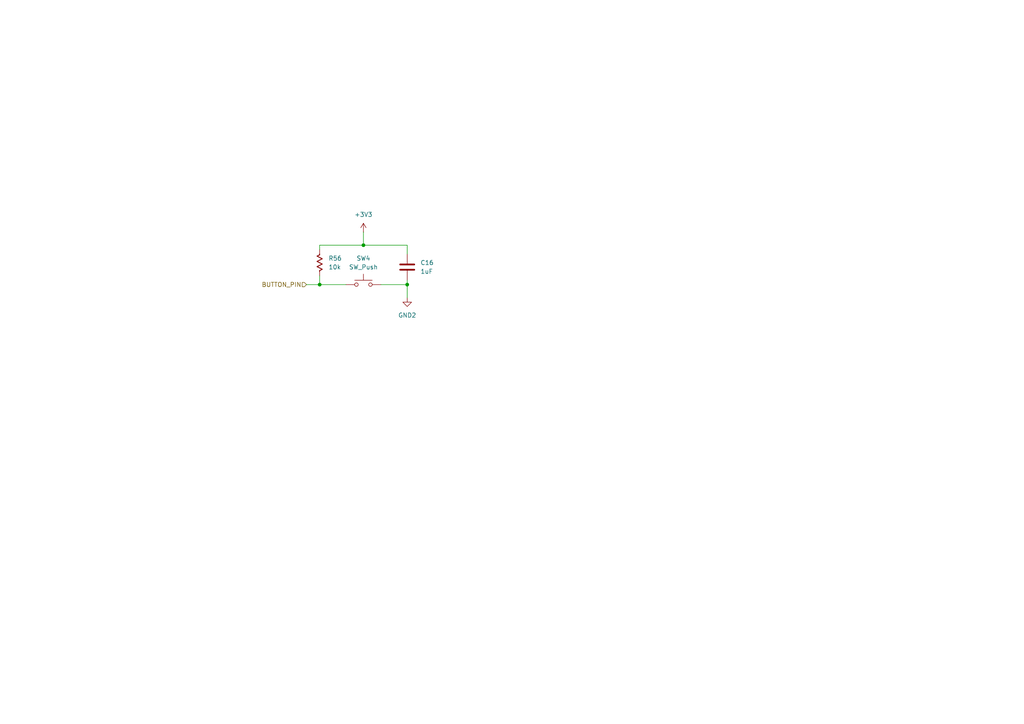
<source format=kicad_sch>
(kicad_sch (version 20250114) (generator "eeschema") (generator_version "9.0")
  (paper "A4")
  (lib_symbols
    (symbol "EasyEDA:+3.3V" (power) (pin_numbers (hide yes)) (pin_names (offset 0) (hide yes))
      (property "Value" "+3.3V" (at 0 3.556 0))
      (symbol "+3.3V_0_1"
        (polyline (pts (xy -0.762 1.27) (xy 0 2.54)))
        (polyline (pts (xy 0 2.54) (xy 0.762 1.27)))
        (polyline (pts (xy 0 0) (xy 0 2.54)))
      )
      (symbol "+3.3V_1_1"
        (pin power_in line (at 0 0 90) (length 0) (name "~") (number "1"))
      )
    )
    (symbol "EasyEDA:C_0603" (pin_numbers (hide yes)) (pin_names (offset 0.254))
      (property "Reference" "C" (at 0.635 2.54 0))
      (property "Value" "C_0603" (at 0.635 -2.54 0))
      (symbol "C_0603_0_1"
        (polyline (pts (xy -2.032 0.762) (xy 2.032 0.762)) (stroke (width 0.508)))
        (polyline (pts (xy -2.032 -0.762) (xy 2.032 -0.762)) (stroke (width 0.508)))
      )
      (symbol "C_0603_0_2"
        (polyline (pts (xy -2.54 -2.54) (xy -0.381 -0.381)))
        (polyline (pts (xy -0.508 -0.508) (xy -1.651 0.635)) (stroke (width 0.508)))
        (polyline (pts (xy -0.508 -0.508) (xy 0.635 -1.651)) (stroke (width 0.508)))
        (polyline (pts (xy 0.381 0.381) (xy 2.54 2.54)))
        (polyline (pts (xy 0.508 0.508) (xy -0.635 1.651)) (stroke (width 0.508)))
        (polyline (pts (xy 0.508 0.508) (xy 1.651 -0.635)) (stroke (width 0.508)))
      )
      (symbol "C_0603_1_1"
        (pin passive line (at 0 3.81 270) (length 2.794) (name "~") (number "1"))
        (pin passive line (at 0 -3.81 90) (length 2.794) (name "~") (number "2"))
      )
      (symbol "C_0603_1_2"
        (pin passive line (at -2.54 -2.54 90) (length 0) (name "~") (number "2"))
        (pin passive line (at 2.54 2.54 270) (length 0) (name "~") (number "1"))
      )
    )
    (symbol "EasyEDA:R_0603" (pin_numbers (hide yes)) (pin_names (offset 0))
      (property "Reference" "R" (at 2.54 1.27 0))
      (property "Value" "R_0603" (at 2.54 -1.27 0))
      (symbol "R_0603_0_1"
        (polyline (pts (xy 0 2.286) (xy 0 2.54)) (stroke (width 0.254)))
        (polyline (pts (xy 0 2.286) (xy 0.762 1.905) (xy -0.762 1.143) (xy 0 0.762) (xy 0.762 0.381) (xy 0 0) (xy -0.762 -0.381) (xy 0 -0.762) (xy 0.762 -1.143) (xy 0 -1.524) (xy -0.762 -1.905) (xy 0 -2.286)) (stroke (width 0.254)))
        (polyline (pts (xy 0 -2.286) (xy 0 -2.54)) (stroke (width 0.254)))
      )
      (symbol "R_0603_0_2"
        (polyline (pts (xy -2.54 -2.54) (xy -1.778 -1.778)))
        (polyline (pts (xy -1.778 -1.778) (xy -1.524 -1.524)) (stroke (width 0.254)))
        (polyline (pts (xy -1.524 -1.524) (xy -1.778 -0.762) (xy -1.016 -1.016)) (stroke (width 0.254)))
        (polyline (pts (xy -0.508 -0.508) (xy -0.762 0.254) (xy 0 0)) (stroke (width 0.254)))
        (polyline (pts (xy -0.508 -0.508) (xy -0.254 -1.27) (xy -1.016 -1.016)) (stroke (width 0.254)))
        (polyline (pts (xy 0.508 0.508) (xy 0.254 1.27) (xy 1.016 1.016)) (stroke (width 0.254)))
        (polyline (pts (xy 0.508 0.508) (xy 0.762 -0.254) (xy 0 0)) (stroke (width 0.254)))
        (polyline (pts (xy 1.524 1.524) (xy 1.778 0.762) (xy 1.016 1.016)) (stroke (width 0.254)))
        (polyline (pts (xy 1.778 1.778) (xy 1.524 1.524)) (stroke (width 0.254)))
        (polyline (pts (xy 1.778 1.778) (xy 2.54 2.54)))
      )
      (symbol "R_0603_1_1"
        (pin passive line (at 0 3.81 270) (length 1.27) (name "~") (number "1"))
        (pin passive line (at 0 -3.81 90) (length 1.27) (name "~") (number "2"))
      )
      (symbol "R_0603_1_2"
        (pin passive line (at -2.54 -2.54 0) (length 0) (name "") (number "2"))
        (pin passive line (at 2.54 2.54 180) (length 0) (name "") (number "1"))
      )
    )
    (symbol "Switch:SW_Push" (pin_numbers (hide yes)) (pin_names (offset 1.016) (hide yes))
      (property "Reference" "SW" (at 1.27 2.54 0))
      (property "Value" "SW_Push" (at 0 -1.524 0))
      (symbol "SW_Push_0_1"
        (circle (center -2.032 0) (radius 0.508))
        (polyline (pts (xy 0 1.27) (xy 0 3.048)))
        (circle (center 2.032 0) (radius 0.508))
        (polyline (pts (xy 2.54 1.27) (xy -2.54 1.27)))
        (pin passive line (at -5.08 0 0) (length 2.54) (name "1") (number "1"))
        (pin passive line (at 5.08 0 180) (length 2.54) (name "2") (number "2"))
      )
    )
    (symbol "power:GND2" (power) (pin_numbers (hide yes)) (pin_names (offset 0) (hide yes))
      (property "Value" "GND2" (at 0 -3.81 0))
      (symbol "GND2_0_1"
        (polyline (pts (xy 0 0) (xy 0 -1.27) (xy 1.27 -1.27) (xy 0 -2.54) (xy -1.27 -1.27) (xy 0 -1.27)))
      )
      (symbol "GND2_1_1"
        (pin power_in line (at 0 0 270) (length 0) (name "~") (number "1"))
      )
    )
  )
  (junction (at 118.11 82.55))
  (junction (at 105.41 71.12))
  (junction (at 92.71 82.55))
  (wire (pts (xy 105.41 67.31) (xy 105.41 71.12)))
  (wire (pts (xy 118.11 81.28) (xy 118.11 82.55)))
  (wire (pts (xy 92.71 71.12) (xy 105.41 71.12)))
  (wire (pts (xy 88.9 82.55) (xy 92.71 82.55)))
  (wire (pts (xy 118.11 82.55) (xy 118.11 86.36)))
  (wire (pts (xy 92.71 82.55) (xy 100.33 82.55)))
  (wire (pts (xy 92.71 71.12) (xy 92.71 72.39)))
  (wire (pts (xy 118.11 71.12) (xy 118.11 73.66)))
  (wire (pts (xy 92.71 80.01) (xy 92.71 82.55)))
  (wire (pts (xy 110.49 82.55) (xy 118.11 82.55)))
  (wire (pts (xy 105.41 71.12) (xy 118.11 71.12)))
  (hierarchical_label "BUTTON_PIN" (shape input) (at 88.9 82.55 180))
  (symbol (lib_id "EasyEDA:R_0603") (at 92.71 76.2 0) (mirror y) (unit 1)
    (property "Reference" "R55" (at 95.25 74.9299 0) (effects (justify right)))
    (property "Value" "10k" (at 95.25 77.4699 0) (effects (justify right)))
    (property "Footprint" "PCM_Resistor_SMD_AKL:R_0603_1608Metric" (effects (hide yes)))
    (property "Datasheet" "https://jlcpcb.com/api/file/downloadByFileSystemAccessId/8579706381320323072" (effects (hide yes)))
    (property "Description" "SMD 0603 Chip Resistor, US Symbol, Alternate KiCad Library" (effects (hide yes)))
    (property "Part #" "0603WAF1002T5E" (effects (hide yes)))
    (property "LCSC Part" "C25804" (effects (hide yes)))
    (instances (project "Nivara_PCB" (path "" (reference "R56") (unit 1)) (path "" (reference "R55") (unit 1))))
  )
  (symbol (lib_id "EasyEDA:+3.3V") (at 105.41 67.31 0) (unit 1)
    (property "Reference" "#PWR080" (effects (hide yes)))
    (property "Value" "+3V3" (at 105.41 62.23 0))
    (property "Description" "Power symbol creates a global label with name \"+3.3V\"" (effects (hide yes)))
    (instances (project "Nivara_PCB" (path "" (reference "#PWR082") (unit 1)) (path "" (reference "#PWR080") (unit 1))))
  )
  (symbol (lib_id "power:GND2") (at 118.11 86.36 0) (unit 1)
    (property "Reference" "#PWR081" (effects (hide yes)))
    (property "Value" "GND2" (at 118.11 91.44 0))
    (property "Description" "Power symbol creates a global label with name \"GND2\" , ground" (effects (hide yes)))
    (instances (project "Nivara_PCB" (path "" (reference "#PWR083") (unit 1)) (path "" (reference "#PWR081") (unit 1))))
  )
  (symbol (lib_id "Switch:SW_Push") (at 105.41 82.55 0) (unit 1)
    (property "Reference" "SW3" (at 105.41 74.93 0))
    (property "Value" "SW_Push" (at 105.41 77.47 0))
    (property "Footprint" "Button_Switch_SMD:SW_SPST_PTS810" (effects (hide yes)))
    (property "Datasheet" "https://lcsc.com/product-detail/Tactile-Switches_ALPS_SKRPACE010_SKRPACE010_C139797.html" (effects (hide yes)))
    (property "Description" "Push button switch, generic, two pins" (effects (hide yes)))
    (property "LCSC Part" "C139797" (effects (hide yes)))
    (property "Part #" "SKRPACE010" (effects (hide yes)))
    (instances (project "Nivara_PCB" (path "" (reference "SW4") (unit 1)) (path "" (reference "SW3") (unit 1))))
  )
  (symbol (lib_id "EasyEDA:C_0603") (at 118.11 77.47 0) (unit 1)
    (property "Reference" "C15" (at 121.92 76.1999 0) (effects (justify left)))
    (property "Value" "1uF" (at 121.92 78.7399 0) (effects (justify left)))
    (property "Footprint" "PCM_Capacitor_SMD_AKL:C_0603_1608Metric" (effects (hide yes)))
    (property "Datasheet" "https://jlcpcb.com/api/file/downloadByFileSystemAccessId/8556213788459761664" (effects (hide yes)))
    (property "Description" "SMD 0603 MLCC capacitor, Alternate KiCad Library" (effects (hide yes)))
    (property "Part #" "CL10A105KB8NNNC" (effects (hide yes)))
    (property "LCSC Part" "C15849" (effects (hide yes)))
    (instances (project "Nivara_PCB" (path "" (reference "C16") (unit 1)) (path "" (reference "C15") (unit 1))))
  )
)
</source>
